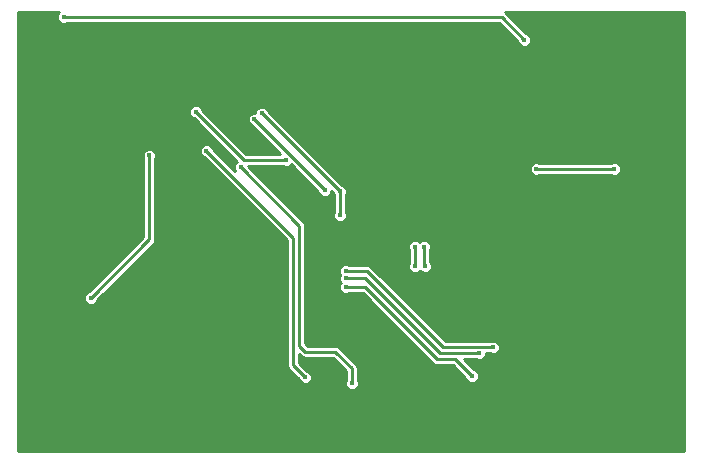
<source format=gbr>
G04 #@! TF.FileFunction,Copper,L2,Bot,Signal*
%FSLAX46Y46*%
G04 Gerber Fmt 4.6, Leading zero omitted, Abs format (unit mm)*
G04 Created by KiCad (PCBNEW 4.0.5+dfsg1-4) date Mon May 29 16:20:49 2017*
%MOMM*%
%LPD*%
G01*
G04 APERTURE LIST*
%ADD10C,0.100000*%
%ADD11C,0.381000*%
%ADD12C,1.016000*%
%ADD13C,0.508000*%
%ADD14C,1.016000*%
%ADD15C,0.254000*%
G04 APERTURE END LIST*
D10*
D11*
X139013500Y-108382500D03*
X134100000Y-108089000D03*
D12*
X135382000Y-106704000D03*
X152908000Y-80137000D03*
X151384000Y-84455000D03*
X142621000Y-94361000D03*
X136525000Y-94615000D03*
D11*
X119462000Y-95758000D03*
X127254000Y-86741000D03*
X132969000Y-89154000D03*
X121412000Y-83820000D03*
D12*
X145415000Y-83820000D03*
D11*
X139319000Y-80518000D03*
X145669000Y-77597000D03*
X154686000Y-88900000D03*
X165608000Y-100203000D03*
X159131000Y-100330000D03*
D12*
X171831000Y-85979000D03*
X164084000Y-93218000D03*
X157734000Y-93472000D03*
D11*
X128270000Y-99802000D03*
X124333000Y-80645000D03*
X132080000Y-79248000D03*
X128270000Y-87884000D03*
X123317000Y-99949000D03*
X161036000Y-89027000D03*
X167640000Y-89027000D03*
X121031000Y-76200000D03*
X160020000Y-78105000D03*
X144399000Y-92964000D03*
X144399000Y-90932000D03*
X137795000Y-84328000D03*
X144907000Y-99060000D03*
X155575000Y-106553000D03*
X144907000Y-98298000D03*
X156210000Y-104648000D03*
X144907000Y-97663000D03*
X157353000Y-104140000D03*
X136017000Y-88900000D03*
X145415000Y-107188000D03*
X133096000Y-87503000D03*
X141478000Y-106680000D03*
X143129000Y-90805000D03*
X137160000Y-84836000D03*
X139827000Y-88265000D03*
X132207000Y-84201000D03*
X151638000Y-97282000D03*
X151511000Y-95631000D03*
X150749000Y-95631000D03*
X150749000Y-97282000D03*
D13*
X139013500Y-108382500D02*
X139065000Y-108331000D01*
X134100000Y-108089000D02*
X134112000Y-108077000D01*
D14*
X135382000Y-106704000D02*
X135382000Y-106680000D01*
D13*
X119462000Y-95758000D02*
X119507000Y-95758000D01*
D15*
X128270000Y-99802000D02*
X128270000Y-99822000D01*
X128270000Y-94996000D02*
X128270000Y-87884000D01*
X123317000Y-99949000D02*
X128270000Y-94996000D01*
X167640000Y-89027000D02*
X161036000Y-89027000D01*
X158115000Y-76200000D02*
X121031000Y-76200000D01*
X160020000Y-78105000D02*
X158115000Y-76200000D01*
X144399000Y-90932000D02*
X144399000Y-92964000D01*
X137795000Y-84328000D02*
X144399000Y-90932000D01*
X146558000Y-99060000D02*
X144907000Y-99060000D01*
X152654000Y-105156000D02*
X146558000Y-99060000D01*
X154178000Y-105156000D02*
X152654000Y-105156000D01*
X155575000Y-106553000D02*
X154178000Y-105156000D01*
X144907000Y-98298000D02*
X146558000Y-98298000D01*
X152908000Y-104648000D02*
X156210000Y-104648000D01*
X146558000Y-98298000D02*
X152908000Y-104648000D01*
X144907000Y-97663000D02*
X146685000Y-97663000D01*
X146685000Y-97663000D02*
X153162000Y-104140000D01*
X153162000Y-104140000D02*
X157353000Y-104140000D01*
X140970000Y-102870000D02*
X140970000Y-104013000D01*
X140970000Y-93853000D02*
X136017000Y-88900000D01*
X140970000Y-102870000D02*
X140970000Y-93853000D01*
X145415000Y-105918000D02*
X145415000Y-107188000D01*
X144018000Y-104521000D02*
X145415000Y-105918000D01*
X141478000Y-104521000D02*
X144018000Y-104521000D01*
X140970000Y-104013000D02*
X141478000Y-104521000D01*
X140462000Y-103886000D02*
X140462000Y-105664000D01*
X140462000Y-94869000D02*
X140462000Y-103886000D01*
X133096000Y-87503000D02*
X140462000Y-94869000D01*
X140462000Y-105664000D02*
X141478000Y-106680000D01*
X137160000Y-84836000D02*
X143129000Y-90805000D01*
X136271000Y-88265000D02*
X139827000Y-88265000D01*
X132207000Y-84201000D02*
X136271000Y-88265000D01*
X151638000Y-97282000D02*
X151511000Y-97155000D01*
X151511000Y-97155000D02*
X151511000Y-95631000D01*
X150749000Y-97282000D02*
X150749000Y-95631000D01*
G36*
X120546789Y-75875849D02*
X120459600Y-76085823D01*
X120459401Y-76313180D01*
X120546224Y-76523306D01*
X120706849Y-76684211D01*
X120916823Y-76771400D01*
X121144180Y-76771599D01*
X121298100Y-76708000D01*
X157904580Y-76708000D01*
X159472089Y-78275509D01*
X159535224Y-78428306D01*
X159695849Y-78589211D01*
X159905823Y-78676400D01*
X160133180Y-78676599D01*
X160343306Y-78589776D01*
X160504211Y-78429151D01*
X160591400Y-78219177D01*
X160591599Y-77991820D01*
X160504776Y-77781694D01*
X160344151Y-77620789D01*
X160190342Y-77556922D01*
X158474210Y-75840790D01*
X158363776Y-75767000D01*
X173534000Y-75767000D01*
X173534000Y-112955000D01*
X117169000Y-112955000D01*
X117169000Y-100062180D01*
X122745401Y-100062180D01*
X122832224Y-100272306D01*
X122992849Y-100433211D01*
X123202823Y-100520400D01*
X123430180Y-100520599D01*
X123640306Y-100433776D01*
X123801211Y-100273151D01*
X123865078Y-100119342D01*
X128629210Y-95355210D01*
X128739331Y-95190403D01*
X128778000Y-94996000D01*
X128778000Y-88150861D01*
X128841400Y-87998177D01*
X128841599Y-87770820D01*
X128754776Y-87560694D01*
X128594151Y-87399789D01*
X128384177Y-87312600D01*
X128156820Y-87312401D01*
X127946694Y-87399224D01*
X127785789Y-87559849D01*
X127698600Y-87769823D01*
X127698401Y-87997180D01*
X127762000Y-88151100D01*
X127762000Y-94785580D01*
X123146491Y-99401089D01*
X122993694Y-99464224D01*
X122832789Y-99624849D01*
X122745600Y-99834823D01*
X122745401Y-100062180D01*
X117169000Y-100062180D01*
X117169000Y-84314180D01*
X131635401Y-84314180D01*
X131722224Y-84524306D01*
X131882849Y-84685211D01*
X132036658Y-84749078D01*
X135700140Y-88412560D01*
X135693694Y-88415224D01*
X135532789Y-88575849D01*
X135445600Y-88785823D01*
X135445401Y-89013180D01*
X135530462Y-89219042D01*
X133643911Y-87332491D01*
X133580776Y-87179694D01*
X133420151Y-87018789D01*
X133210177Y-86931600D01*
X132982820Y-86931401D01*
X132772694Y-87018224D01*
X132611789Y-87178849D01*
X132524600Y-87388823D01*
X132524401Y-87616180D01*
X132611224Y-87826306D01*
X132771849Y-87987211D01*
X132925658Y-88051078D01*
X139954000Y-95079420D01*
X139954000Y-105664000D01*
X139992669Y-105858403D01*
X140102790Y-106023210D01*
X140930089Y-106850509D01*
X140993224Y-107003306D01*
X141153849Y-107164211D01*
X141363823Y-107251400D01*
X141591180Y-107251599D01*
X141801306Y-107164776D01*
X141962211Y-107004151D01*
X142049400Y-106794177D01*
X142049599Y-106566820D01*
X141962776Y-106356694D01*
X141802151Y-106195789D01*
X141648342Y-106131922D01*
X140970000Y-105453580D01*
X140970000Y-104731421D01*
X141118789Y-104880210D01*
X141228910Y-104953790D01*
X141283597Y-104990331D01*
X141478000Y-105029000D01*
X143807580Y-105029000D01*
X144907000Y-106128420D01*
X144907000Y-106921139D01*
X144843600Y-107073823D01*
X144843401Y-107301180D01*
X144930224Y-107511306D01*
X145090849Y-107672211D01*
X145300823Y-107759400D01*
X145528180Y-107759599D01*
X145738306Y-107672776D01*
X145899211Y-107512151D01*
X145986400Y-107302177D01*
X145986599Y-107074820D01*
X145923000Y-106920900D01*
X145923000Y-105918000D01*
X145884331Y-105723597D01*
X145884331Y-105723596D01*
X145774210Y-105558790D01*
X144377210Y-104161790D01*
X144212403Y-104051669D01*
X144018000Y-104013000D01*
X141688421Y-104013000D01*
X141478000Y-103802580D01*
X141478000Y-97776180D01*
X144335401Y-97776180D01*
X144419926Y-97980744D01*
X144335600Y-98183823D01*
X144335401Y-98411180D01*
X144422224Y-98621306D01*
X144479777Y-98678960D01*
X144422789Y-98735849D01*
X144335600Y-98945823D01*
X144335401Y-99173180D01*
X144422224Y-99383306D01*
X144582849Y-99544211D01*
X144792823Y-99631400D01*
X145020180Y-99631599D01*
X145174100Y-99568000D01*
X146347580Y-99568000D01*
X152294790Y-105515210D01*
X152459597Y-105625331D01*
X152654000Y-105664000D01*
X153967580Y-105664000D01*
X155027089Y-106723509D01*
X155090224Y-106876306D01*
X155250849Y-107037211D01*
X155460823Y-107124400D01*
X155688180Y-107124599D01*
X155898306Y-107037776D01*
X156059211Y-106877151D01*
X156146400Y-106667177D01*
X156146599Y-106439820D01*
X156059776Y-106229694D01*
X155899151Y-106068789D01*
X155745342Y-106004922D01*
X154896420Y-105156000D01*
X155943139Y-105156000D01*
X156095823Y-105219400D01*
X156323180Y-105219599D01*
X156533306Y-105132776D01*
X156694211Y-104972151D01*
X156781400Y-104762177D01*
X156781500Y-104648000D01*
X157086139Y-104648000D01*
X157238823Y-104711400D01*
X157466180Y-104711599D01*
X157676306Y-104624776D01*
X157837211Y-104464151D01*
X157924400Y-104254177D01*
X157924599Y-104026820D01*
X157837776Y-103816694D01*
X157677151Y-103655789D01*
X157467177Y-103568600D01*
X157239820Y-103568401D01*
X157085900Y-103632000D01*
X153372420Y-103632000D01*
X147044210Y-97303790D01*
X146879403Y-97193669D01*
X146685000Y-97155000D01*
X145173861Y-97155000D01*
X145021177Y-97091600D01*
X144793820Y-97091401D01*
X144583694Y-97178224D01*
X144422789Y-97338849D01*
X144335600Y-97548823D01*
X144335401Y-97776180D01*
X141478000Y-97776180D01*
X141478000Y-95744180D01*
X150177401Y-95744180D01*
X150241000Y-95898100D01*
X150241000Y-97015139D01*
X150177600Y-97167823D01*
X150177401Y-97395180D01*
X150264224Y-97605306D01*
X150424849Y-97766211D01*
X150634823Y-97853400D01*
X150862180Y-97853599D01*
X151072306Y-97766776D01*
X151193570Y-97645723D01*
X151313849Y-97766211D01*
X151523823Y-97853400D01*
X151751180Y-97853599D01*
X151961306Y-97766776D01*
X152122211Y-97606151D01*
X152209400Y-97396177D01*
X152209599Y-97168820D01*
X152122776Y-96958694D01*
X152019000Y-96854737D01*
X152019000Y-95897861D01*
X152082400Y-95745177D01*
X152082599Y-95517820D01*
X151995776Y-95307694D01*
X151835151Y-95146789D01*
X151625177Y-95059600D01*
X151397820Y-95059401D01*
X151187694Y-95146224D01*
X151130040Y-95203777D01*
X151073151Y-95146789D01*
X150863177Y-95059600D01*
X150635820Y-95059401D01*
X150425694Y-95146224D01*
X150264789Y-95306849D01*
X150177600Y-95516823D01*
X150177401Y-95744180D01*
X141478000Y-95744180D01*
X141478000Y-93853000D01*
X141439331Y-93658597D01*
X141329210Y-93493790D01*
X136608420Y-88773000D01*
X139560139Y-88773000D01*
X139712823Y-88836400D01*
X139940180Y-88836599D01*
X140150306Y-88749776D01*
X140252920Y-88647340D01*
X142581089Y-90975509D01*
X142644224Y-91128306D01*
X142804849Y-91289211D01*
X143014823Y-91376400D01*
X143242180Y-91376599D01*
X143452306Y-91289776D01*
X143613211Y-91129151D01*
X143690822Y-90942243D01*
X143851090Y-91102511D01*
X143891000Y-91199100D01*
X143891000Y-92697139D01*
X143827600Y-92849823D01*
X143827401Y-93077180D01*
X143914224Y-93287306D01*
X144074849Y-93448211D01*
X144284823Y-93535400D01*
X144512180Y-93535599D01*
X144722306Y-93448776D01*
X144883211Y-93288151D01*
X144970400Y-93078177D01*
X144970599Y-92850820D01*
X144907000Y-92696900D01*
X144907000Y-91198861D01*
X144970400Y-91046177D01*
X144970599Y-90818820D01*
X144883776Y-90608694D01*
X144723151Y-90447789D01*
X144569343Y-90383922D01*
X143325601Y-89140180D01*
X160464401Y-89140180D01*
X160551224Y-89350306D01*
X160711849Y-89511211D01*
X160921823Y-89598400D01*
X161149180Y-89598599D01*
X161303100Y-89535000D01*
X167373139Y-89535000D01*
X167525823Y-89598400D01*
X167753180Y-89598599D01*
X167963306Y-89511776D01*
X168124211Y-89351151D01*
X168211400Y-89141177D01*
X168211599Y-88913820D01*
X168124776Y-88703694D01*
X167964151Y-88542789D01*
X167754177Y-88455600D01*
X167526820Y-88455401D01*
X167372900Y-88519000D01*
X161302861Y-88519000D01*
X161150177Y-88455600D01*
X160922820Y-88455401D01*
X160712694Y-88542224D01*
X160551789Y-88702849D01*
X160464600Y-88912823D01*
X160464401Y-89140180D01*
X143325601Y-89140180D01*
X138342911Y-84157491D01*
X138279776Y-84004694D01*
X138119151Y-83843789D01*
X137909177Y-83756600D01*
X137681820Y-83756401D01*
X137471694Y-83843224D01*
X137310789Y-84003849D01*
X137223600Y-84213823D01*
X137223556Y-84264556D01*
X137046820Y-84264401D01*
X136836694Y-84351224D01*
X136675789Y-84511849D01*
X136588600Y-84721823D01*
X136588401Y-84949180D01*
X136675224Y-85159306D01*
X136835849Y-85320211D01*
X136989658Y-85384078D01*
X139362580Y-87757000D01*
X136481420Y-87757000D01*
X132754911Y-84030491D01*
X132691776Y-83877694D01*
X132531151Y-83716789D01*
X132321177Y-83629600D01*
X132093820Y-83629401D01*
X131883694Y-83716224D01*
X131722789Y-83876849D01*
X131635600Y-84086823D01*
X131635401Y-84314180D01*
X117169000Y-84314180D01*
X117169000Y-75767000D01*
X120655828Y-75767000D01*
X120546789Y-75875849D01*
X120546789Y-75875849D01*
G37*
X120546789Y-75875849D02*
X120459600Y-76085823D01*
X120459401Y-76313180D01*
X120546224Y-76523306D01*
X120706849Y-76684211D01*
X120916823Y-76771400D01*
X121144180Y-76771599D01*
X121298100Y-76708000D01*
X157904580Y-76708000D01*
X159472089Y-78275509D01*
X159535224Y-78428306D01*
X159695849Y-78589211D01*
X159905823Y-78676400D01*
X160133180Y-78676599D01*
X160343306Y-78589776D01*
X160504211Y-78429151D01*
X160591400Y-78219177D01*
X160591599Y-77991820D01*
X160504776Y-77781694D01*
X160344151Y-77620789D01*
X160190342Y-77556922D01*
X158474210Y-75840790D01*
X158363776Y-75767000D01*
X173534000Y-75767000D01*
X173534000Y-112955000D01*
X117169000Y-112955000D01*
X117169000Y-100062180D01*
X122745401Y-100062180D01*
X122832224Y-100272306D01*
X122992849Y-100433211D01*
X123202823Y-100520400D01*
X123430180Y-100520599D01*
X123640306Y-100433776D01*
X123801211Y-100273151D01*
X123865078Y-100119342D01*
X128629210Y-95355210D01*
X128739331Y-95190403D01*
X128778000Y-94996000D01*
X128778000Y-88150861D01*
X128841400Y-87998177D01*
X128841599Y-87770820D01*
X128754776Y-87560694D01*
X128594151Y-87399789D01*
X128384177Y-87312600D01*
X128156820Y-87312401D01*
X127946694Y-87399224D01*
X127785789Y-87559849D01*
X127698600Y-87769823D01*
X127698401Y-87997180D01*
X127762000Y-88151100D01*
X127762000Y-94785580D01*
X123146491Y-99401089D01*
X122993694Y-99464224D01*
X122832789Y-99624849D01*
X122745600Y-99834823D01*
X122745401Y-100062180D01*
X117169000Y-100062180D01*
X117169000Y-84314180D01*
X131635401Y-84314180D01*
X131722224Y-84524306D01*
X131882849Y-84685211D01*
X132036658Y-84749078D01*
X135700140Y-88412560D01*
X135693694Y-88415224D01*
X135532789Y-88575849D01*
X135445600Y-88785823D01*
X135445401Y-89013180D01*
X135530462Y-89219042D01*
X133643911Y-87332491D01*
X133580776Y-87179694D01*
X133420151Y-87018789D01*
X133210177Y-86931600D01*
X132982820Y-86931401D01*
X132772694Y-87018224D01*
X132611789Y-87178849D01*
X132524600Y-87388823D01*
X132524401Y-87616180D01*
X132611224Y-87826306D01*
X132771849Y-87987211D01*
X132925658Y-88051078D01*
X139954000Y-95079420D01*
X139954000Y-105664000D01*
X139992669Y-105858403D01*
X140102790Y-106023210D01*
X140930089Y-106850509D01*
X140993224Y-107003306D01*
X141153849Y-107164211D01*
X141363823Y-107251400D01*
X141591180Y-107251599D01*
X141801306Y-107164776D01*
X141962211Y-107004151D01*
X142049400Y-106794177D01*
X142049599Y-106566820D01*
X141962776Y-106356694D01*
X141802151Y-106195789D01*
X141648342Y-106131922D01*
X140970000Y-105453580D01*
X140970000Y-104731421D01*
X141118789Y-104880210D01*
X141228910Y-104953790D01*
X141283597Y-104990331D01*
X141478000Y-105029000D01*
X143807580Y-105029000D01*
X144907000Y-106128420D01*
X144907000Y-106921139D01*
X144843600Y-107073823D01*
X144843401Y-107301180D01*
X144930224Y-107511306D01*
X145090849Y-107672211D01*
X145300823Y-107759400D01*
X145528180Y-107759599D01*
X145738306Y-107672776D01*
X145899211Y-107512151D01*
X145986400Y-107302177D01*
X145986599Y-107074820D01*
X145923000Y-106920900D01*
X145923000Y-105918000D01*
X145884331Y-105723597D01*
X145884331Y-105723596D01*
X145774210Y-105558790D01*
X144377210Y-104161790D01*
X144212403Y-104051669D01*
X144018000Y-104013000D01*
X141688421Y-104013000D01*
X141478000Y-103802580D01*
X141478000Y-97776180D01*
X144335401Y-97776180D01*
X144419926Y-97980744D01*
X144335600Y-98183823D01*
X144335401Y-98411180D01*
X144422224Y-98621306D01*
X144479777Y-98678960D01*
X144422789Y-98735849D01*
X144335600Y-98945823D01*
X144335401Y-99173180D01*
X144422224Y-99383306D01*
X144582849Y-99544211D01*
X144792823Y-99631400D01*
X145020180Y-99631599D01*
X145174100Y-99568000D01*
X146347580Y-99568000D01*
X152294790Y-105515210D01*
X152459597Y-105625331D01*
X152654000Y-105664000D01*
X153967580Y-105664000D01*
X155027089Y-106723509D01*
X155090224Y-106876306D01*
X155250849Y-107037211D01*
X155460823Y-107124400D01*
X155688180Y-107124599D01*
X155898306Y-107037776D01*
X156059211Y-106877151D01*
X156146400Y-106667177D01*
X156146599Y-106439820D01*
X156059776Y-106229694D01*
X155899151Y-106068789D01*
X155745342Y-106004922D01*
X154896420Y-105156000D01*
X155943139Y-105156000D01*
X156095823Y-105219400D01*
X156323180Y-105219599D01*
X156533306Y-105132776D01*
X156694211Y-104972151D01*
X156781400Y-104762177D01*
X156781500Y-104648000D01*
X157086139Y-104648000D01*
X157238823Y-104711400D01*
X157466180Y-104711599D01*
X157676306Y-104624776D01*
X157837211Y-104464151D01*
X157924400Y-104254177D01*
X157924599Y-104026820D01*
X157837776Y-103816694D01*
X157677151Y-103655789D01*
X157467177Y-103568600D01*
X157239820Y-103568401D01*
X157085900Y-103632000D01*
X153372420Y-103632000D01*
X147044210Y-97303790D01*
X146879403Y-97193669D01*
X146685000Y-97155000D01*
X145173861Y-97155000D01*
X145021177Y-97091600D01*
X144793820Y-97091401D01*
X144583694Y-97178224D01*
X144422789Y-97338849D01*
X144335600Y-97548823D01*
X144335401Y-97776180D01*
X141478000Y-97776180D01*
X141478000Y-95744180D01*
X150177401Y-95744180D01*
X150241000Y-95898100D01*
X150241000Y-97015139D01*
X150177600Y-97167823D01*
X150177401Y-97395180D01*
X150264224Y-97605306D01*
X150424849Y-97766211D01*
X150634823Y-97853400D01*
X150862180Y-97853599D01*
X151072306Y-97766776D01*
X151193570Y-97645723D01*
X151313849Y-97766211D01*
X151523823Y-97853400D01*
X151751180Y-97853599D01*
X151961306Y-97766776D01*
X152122211Y-97606151D01*
X152209400Y-97396177D01*
X152209599Y-97168820D01*
X152122776Y-96958694D01*
X152019000Y-96854737D01*
X152019000Y-95897861D01*
X152082400Y-95745177D01*
X152082599Y-95517820D01*
X151995776Y-95307694D01*
X151835151Y-95146789D01*
X151625177Y-95059600D01*
X151397820Y-95059401D01*
X151187694Y-95146224D01*
X151130040Y-95203777D01*
X151073151Y-95146789D01*
X150863177Y-95059600D01*
X150635820Y-95059401D01*
X150425694Y-95146224D01*
X150264789Y-95306849D01*
X150177600Y-95516823D01*
X150177401Y-95744180D01*
X141478000Y-95744180D01*
X141478000Y-93853000D01*
X141439331Y-93658597D01*
X141329210Y-93493790D01*
X136608420Y-88773000D01*
X139560139Y-88773000D01*
X139712823Y-88836400D01*
X139940180Y-88836599D01*
X140150306Y-88749776D01*
X140252920Y-88647340D01*
X142581089Y-90975509D01*
X142644224Y-91128306D01*
X142804849Y-91289211D01*
X143014823Y-91376400D01*
X143242180Y-91376599D01*
X143452306Y-91289776D01*
X143613211Y-91129151D01*
X143690822Y-90942243D01*
X143851090Y-91102511D01*
X143891000Y-91199100D01*
X143891000Y-92697139D01*
X143827600Y-92849823D01*
X143827401Y-93077180D01*
X143914224Y-93287306D01*
X144074849Y-93448211D01*
X144284823Y-93535400D01*
X144512180Y-93535599D01*
X144722306Y-93448776D01*
X144883211Y-93288151D01*
X144970400Y-93078177D01*
X144970599Y-92850820D01*
X144907000Y-92696900D01*
X144907000Y-91198861D01*
X144970400Y-91046177D01*
X144970599Y-90818820D01*
X144883776Y-90608694D01*
X144723151Y-90447789D01*
X144569343Y-90383922D01*
X143325601Y-89140180D01*
X160464401Y-89140180D01*
X160551224Y-89350306D01*
X160711849Y-89511211D01*
X160921823Y-89598400D01*
X161149180Y-89598599D01*
X161303100Y-89535000D01*
X167373139Y-89535000D01*
X167525823Y-89598400D01*
X167753180Y-89598599D01*
X167963306Y-89511776D01*
X168124211Y-89351151D01*
X168211400Y-89141177D01*
X168211599Y-88913820D01*
X168124776Y-88703694D01*
X167964151Y-88542789D01*
X167754177Y-88455600D01*
X167526820Y-88455401D01*
X167372900Y-88519000D01*
X161302861Y-88519000D01*
X161150177Y-88455600D01*
X160922820Y-88455401D01*
X160712694Y-88542224D01*
X160551789Y-88702849D01*
X160464600Y-88912823D01*
X160464401Y-89140180D01*
X143325601Y-89140180D01*
X138342911Y-84157491D01*
X138279776Y-84004694D01*
X138119151Y-83843789D01*
X137909177Y-83756600D01*
X137681820Y-83756401D01*
X137471694Y-83843224D01*
X137310789Y-84003849D01*
X137223600Y-84213823D01*
X137223556Y-84264556D01*
X137046820Y-84264401D01*
X136836694Y-84351224D01*
X136675789Y-84511849D01*
X136588600Y-84721823D01*
X136588401Y-84949180D01*
X136675224Y-85159306D01*
X136835849Y-85320211D01*
X136989658Y-85384078D01*
X139362580Y-87757000D01*
X136481420Y-87757000D01*
X132754911Y-84030491D01*
X132691776Y-83877694D01*
X132531151Y-83716789D01*
X132321177Y-83629600D01*
X132093820Y-83629401D01*
X131883694Y-83716224D01*
X131722789Y-83876849D01*
X131635600Y-84086823D01*
X131635401Y-84314180D01*
X117169000Y-84314180D01*
X117169000Y-75767000D01*
X120655828Y-75767000D01*
X120546789Y-75875849D01*
M02*

</source>
